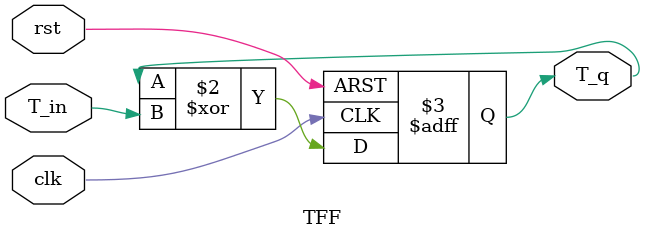
<source format=v>
`timescale 1ns / 1ps


module Asynchronous_counter(
    input clk,
    input rst,
    output [3:0] count
);
wire q0, q1, q2, q3;

assign count = {q3, q2, q1, q0};
TFF ins0 (.clk(clk), .rst(rst), .T_in(1'b1), .T_q(q0));
TFF ins1 (.clk(q0), .rst(rst), .T_in(1'b1), .T_q(q1));
TFF ins2 (.clk(q1), .rst(rst), .T_in(1'b1), .T_q(q2));
TFF ins3 (.clk(q2), .rst(rst), .T_in(1'b1), .T_q(q3));

endmodule

module TFF (clk, rst, T_in, T_q);
input clk, rst, T_in;
output reg T_q;

always @(negedge clk or posedge rst) begin
    if (rst)
        T_q <= 1'b0;
    else
        T_q <= T_q ^ T_in;
end
endmodule

</source>
